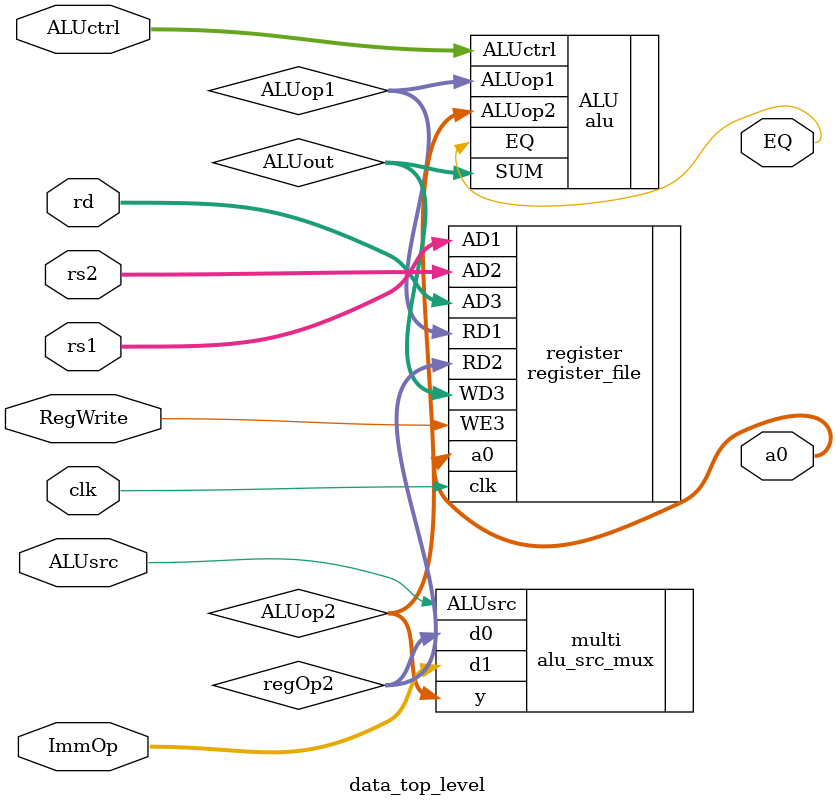
<source format=sv>
module data_top_level #(
    parameter REGWIDTH = 5,
    parameter DATAWIDTH = 32
)(
    input logic                     clk,
    input logic  [REGWIDTH-1:0]     rs1,
    input logic  [REGWIDTH-1:0]     rs2,
    input logic  [REGWIDTH-1:0]     rd,
    input logic                     RegWrite,
    //input logic  [DATAWIDTH-1:0]    ALUop1,
    //input logic  [DATAWIDTH-1:0]    regOp2,
    //input logic  [DATAWIDTH-1:0]    ALUop2,
    input logic                     ALUsrc,
    input logic  [2:0]              ALUctrl,
    input logic  [DATAWIDTH-1:0]    ImmOp,
    //output logic [DATAWIDTH-1:0]    ALUout,
    output logic                    EQ,
    output logic [DATAWIDTH-1:0]    a0
);

logic [DATAWIDTH-1:0]               ALUop1;
logic [DATAWIDTH-1:0]               regOp2;
logic [DATAWIDTH-1:0]               ALUop2;
logic [DATAWIDTH-1:0]               ALUout;

register_file register(
    .AD1(rs1),
    .AD2(rs2),
    .AD3(rd),
    .WE3(RegWrite),
    .WD3(ALUout),
    .clk(clk),
    .RD1(ALUop1),
    .RD2(regOp2),
    .a0(a0)
);

alu_src_mux multi(
    .d0 (regOp2),
    .d1 (ImmOp),
    .ALUsrc (ALUsrc),
    .y (ALUop2)
);

alu ALU(
    .ALUop1 (ALUop1),
    .ALUop2 (ALUop2),
    .ALUctrl (ALUctrl),
    .SUM (ALUout),
    .EQ (EQ)
);

endmodule

</source>
